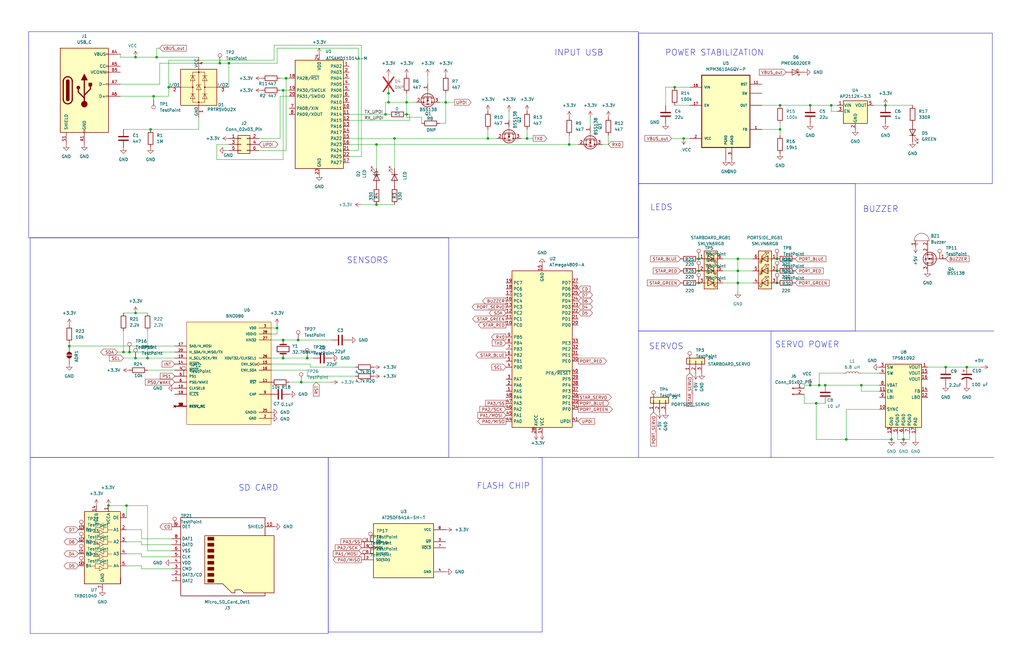
<source format=kicad_sch>
(kicad_sch (version 20231120) (generator "eeschema") (generator_version "8.0")
  (paper "USLedger")
  (junction (at 162.56 48.26))
  (junction (at 71.12 36.83))
  (junction (at 327.66 109.22))
  (junction (at 166.37 58.42))
  (junction (at 119.38 151.13))
  (junction (at 127 161.29))
  (junction (at 119.38 143.51))
  (junction (at 171.45 43.18))
  (junction (at 294.64 114.3))
  (junction (at 54.61 148.59))
  (junction (at 356.87 185.42))
  (junction (at 240.03 60.96))
  (junction (at 345.44 162.56))
  (junction (at 125.73 143.51))
  (junction (at 205.74 58.42))
  (junction (at 311.15 114.3))
  (junction (at 222.25 58.42))
  (junction (at 62.23 151.13))
  (junction (at 381 185.42))
  (junction (at 341.63 162.56))
  (junction (at 120.65 33.02))
  (junction (at 328.93 54.61))
  (junction (at 327.66 114.3))
  (junction (at 163.83 43.18))
  (junction (at 45.72 213.36))
  (junction (at 92.71 26.67))
  (junction (at 327.66 119.38))
  (junction (at 294.64 119.38))
  (junction (at 288.29 58.42))
  (junction (at 96.52 26.67))
  (junction (at 284.48 36.83))
  (junction (at 347.98 162.56))
  (junction (at 311.15 119.38))
  (junction (at 29.21 146.05))
  (junction (at 53.34 213.36))
  (junction (at 328.93 44.45))
  (junction (at 398.78 154.94))
  (junction (at 116.84 138.43))
  (junction (at 57.15 24.13))
  (junction (at 57.15 132.08))
  (junction (at 344.17 170.18))
  (junction (at 187.96 43.18))
  (junction (at 52.07 148.59))
  (junction (at 64.77 40.64))
  (junction (at 373.38 44.45))
  (junction (at 375.92 185.42))
  (junction (at 158.75 86.36))
  (junction (at 57.15 151.13))
  (junction (at 158.75 60.96))
  (junction (at 363.22 162.56))
  (junction (at 294.64 109.22))
  (junction (at 63.5 54.61))
  (junction (at 129.54 151.13))
  (junction (at 171.45 48.26))
  (junction (at 66.04 24.13))
  (junction (at 163.83 39.37))
  (junction (at 407.67 154.94))
  (junction (at 350.52 44.45))
  (junction (at 119.38 38.1))
  (junction (at 311.15 109.22))
  (junction (at 341.63 44.45))
  (wire (pts (xy 311.15 123.19) (xy 311.15 119.38)))
  (wire (pts (xy 53.34 213.36) (xy 62.23 213.36)))
  (wire (pts (xy 386.08 185.42) (xy 386.08 182.88)))
  (wire (pts (xy 398.78 154.94) (xy 407.67 154.94)))
  (wire (pts (xy 119.38 151.13) (xy 129.54 151.13)))
  (wire (pts (xy 114.3 140.97) (xy 116.84 140.97)))
  (wire (pts (xy 71.12 25.4) (xy 115.57 25.4)))
  (wire (pts (xy 347.98 162.56) (xy 363.22 162.56)))
  (wire (pts (xy 125.73 143.51) (xy 139.7 143.51)))
  (wire (pts (xy 120.65 33.02) (xy 118.11 33.02)))
  (wire (pts (xy 147.32 48.26) (xy 162.56 48.26)))
  (wire (pts (xy 118.11 40.64) (xy 121.92 40.64)))
  (wire (pts (xy 311.15 109.22) (xy 317.5 109.22)))
  (wire (pts (xy 256.54 60.96) (xy 254 60.96)))
  (wire (pts (xy 92.71 26.67) (xy 96.52 26.67)))
  (wire (pts (xy 116.84 26.67) (xy 116.84 20.32)))
  (wire (pts (xy 187.96 43.18) (xy 185.42 43.18)))
  (wire (pts (xy 356.87 172.72) (xy 370.84 172.72)))
  (wire (pts (xy 240.03 60.96) (xy 243.84 60.96)))
  (polyline (pts (xy 325.12 193.04) (xy 325.12 139.7)))
  (wire (pts (xy 109.22 63.5) (xy 120.65 63.5)))
  (wire (pts (xy 114.3 143.51) (xy 119.38 143.51)))
  (wire (pts (xy 304.8 114.3) (xy 311.15 114.3)))
  (wire (pts (xy 62.23 156.21) (xy 73.66 156.21)))
  (wire (pts (xy 163.83 43.18) (xy 171.45 43.18)))
  (wire (pts (xy 344.17 170.18) (xy 344.17 185.42)))
  (wire (pts (xy 166.37 58.42) (xy 205.74 58.42)))
  (wire (pts (xy 115.57 19.05) (xy 152.4 19.05)))
  (wire (pts (xy 121.92 161.29) (xy 127 161.29)))
  (wire (pts (xy 83.82 54.61) (xy 83.82 49.53)))
  (wire (pts (xy 311.15 114.3) (xy 311.15 109.22)))
  (wire (pts (xy 129.54 151.13) (xy 132.08 151.13)))
  (wire (pts (xy 205.74 58.42) (xy 209.55 58.42)))
  (wire (pts (xy 62.23 213.36) (xy 62.23 232.41)))
  (wire (pts (xy 381 182.88) (xy 381 185.42)))
  (wire (pts (xy 163.83 39.37) (xy 163.83 43.18)))
  (wire (pts (xy 341.63 44.45) (xy 350.52 44.45)))
  (wire (pts (xy 284.48 36.83) (xy 290.83 36.83)))
  (wire (pts (xy 49.53 148.59) (xy 52.07 148.59)))
  (wire (pts (xy 119.38 143.51) (xy 125.73 143.51)))
  (wire (pts (xy 114.3 151.13) (xy 119.38 151.13)))
  (wire (pts (xy 91.44 60.96) (xy 96.52 60.96)))
  (wire (pts (xy 171.45 43.18) (xy 175.26 43.18)))
  (wire (pts (xy 59.69 228.6) (xy 53.34 228.6)))
  (wire (pts (xy 304.8 119.38) (xy 311.15 119.38)))
  (wire (pts (xy 116.84 140.97) (xy 116.84 138.43)))
  (wire (pts (xy 158.75 86.36) (xy 166.37 86.36)))
  (wire (pts (xy 66.04 24.13) (xy 83.82 24.13)))
  (wire (pts (xy 63.5 54.61) (xy 83.82 54.61)))
  (wire (pts (xy 52.07 139.7) (xy 52.07 148.59)))
  (wire (pts (xy 57.15 151.13) (xy 62.23 151.13)))
  (wire (pts (xy 152.4 86.36) (xy 158.75 86.36)))
  (wire (pts (xy 114.3 156.21) (xy 129.54 156.21)))
  (wire (pts (xy 52.07 148.59) (xy 54.61 148.59)))
  (wire (pts (xy 373.38 44.45) (xy 384.81 44.45)))
  (wire (pts (xy 109.22 58.42) (xy 118.11 58.42)))
  (wire (pts (xy 321.31 54.61) (xy 328.93 54.61)))
  (wire (pts (xy 163.83 36.83) (xy 163.83 39.37)))
  (wire (pts (xy 172.72 48.26) (xy 172.72 50.8)))
  (wire (pts (xy 383.54 185.42) (xy 383.54 182.88)))
  (wire (pts (xy 59.69 238.76) (xy 53.34 238.76)))
  (wire (pts (xy 116.84 20.32) (xy 151.13 20.32)))
  (wire (pts (xy 147.32 58.42) (xy 166.37 58.42)))
  (wire (pts (xy 311.15 114.3) (xy 317.5 114.3)))
  (wire (pts (xy 344.17 185.42) (xy 356.87 185.42)))
  (wire (pts (xy 280.67 36.83) (xy 284.48 36.83)))
  (wire (pts (xy 53.34 213.36) (xy 53.34 218.44)))
  (wire (pts (xy 57.15 24.13) (xy 66.04 24.13)))
  (wire (pts (xy 162.56 48.26) (xy 162.56 43.18)))
  (wire (pts (xy 59.69 234.95) (xy 59.69 233.68)))
  (wire (pts (xy 344.17 170.18) (xy 347.98 170.18)))
  (wire (pts (xy 130.81 153.67) (xy 130.81 154.94)))
  (wire (pts (xy 341.63 162.56) (xy 345.44 162.56)))
  (wire (pts (xy 347.98 163.83) (xy 347.98 162.56)))
  (wire (pts (xy 54.61 148.59) (xy 73.66 148.59)))
  (wire (pts (xy 59.69 233.68) (xy 53.34 233.68)))
  (wire (pts (xy 64.77 41.91) (xy 64.77 40.64)))
  (wire (pts (xy 222.25 58.42) (xy 224.79 58.42)))
  (wire (pts (xy 363.22 162.56) (xy 363.22 165.1)))
  (wire (pts (xy 368.3 44.45) (xy 373.38 44.45)))
  (wire (pts (xy 151.13 20.32) (xy 151.13 63.5)))
  (wire (pts (xy 96.52 26.67) (xy 96.52 36.83)))
  (wire (pts (xy 311.15 109.22) (xy 304.8 109.22)))
  (wire (pts (xy 57.15 132.08) (xy 62.23 132.08)))
  (wire (pts (xy 284.48 44.45) (xy 290.83 44.45)))
  (wire (pts (xy 129.54 156.21) (xy 129.54 158.75)))
  (wire (pts (xy 280.67 44.45) (xy 280.67 36.83)))
  (wire (pts (xy 50.8 40.64) (xy 64.77 40.64)))
  (wire (pts (xy 356.87 185.42) (xy 375.92 185.42)))
  (wire (pts (xy 67.31 26.67) (xy 92.71 26.67)))
  (wire (pts (xy 345.44 162.56) (xy 347.98 162.56)))
  (wire (pts (xy 191.77 43.18) (xy 187.96 43.18)))
  (polyline (pts (xy 269.24 193.04) (xy 269.24 139.7)))
  (wire (pts (xy 147.32 60.96) (xy 158.75 60.96)))
  (wire (pts (xy 248.92 49.53) (xy 248.92 53.34)))
  (wire (pts (xy 62.23 232.41) (xy 72.39 232.41)))
  (wire (pts (xy 407.67 154.94) (xy 414.02 154.94)))
  (wire (pts (xy 62.23 139.7) (xy 62.23 151.13)))
  (wire (pts (xy 171.45 39.37) (xy 171.45 43.18)))
  (wire (pts (xy 185.42 52.07) (xy 187.96 52.07)))
  (wire (pts (xy 73.66 146.05) (xy 29.21 146.05)))
  (wire (pts (xy 363.22 162.56) (xy 370.84 162.56)))
  (wire (pts (xy 129.54 158.75) (xy 149.86 158.75)))
  (wire (pts (xy 115.57 25.4) (xy 115.57 19.05)))
  (wire (pts (xy 118.11 58.42) (xy 118.11 40.64)))
  (wire (pts (xy 355.6 157.48) (xy 345.44 157.48)))
  (wire (pts (xy 50.8 24.13) (xy 50.8 22.86)))
  (wire (pts (xy 240.03 57.15) (xy 240.03 60.96)))
  (wire (pts (xy 172.72 48.26) (xy 171.45 48.26)))
  (wire (pts (xy 166.37 58.42) (xy 166.37 71.12)))
  (wire (pts (xy 328.93 54.61) (xy 328.93 57.15)))
  (wire (pts (xy 171.45 49.53) (xy 177.8 49.53)))
  (wire (pts (xy 162.56 48.26) (xy 163.83 48.26)))
  (wire (pts (xy 345.44 157.48) (xy 345.44 162.56)))
  (wire (pts (xy 158.75 60.96) (xy 158.75 71.12)))
  (wire (pts (xy 152.4 66.04) (xy 147.32 66.04)))
  (wire (pts (xy 91.44 67.31) (xy 91.44 60.96)))
  (wire (pts (xy 67.31 35.56) (xy 67.31 26.67)))
  (wire (pts (xy 59.69 229.87) (xy 72.39 229.87)))
  (wire (pts (xy 222.25 54.61) (xy 222.25 58.42)))
  (wire (pts (xy 118.11 38.1) (xy 119.38 38.1)))
  (wire (pts (xy 356.87 172.72) (xy 356.87 185.42)))
  (wire (pts (xy 350.52 44.45) (xy 350.52 46.99)))
  (wire (pts (xy 71.12 36.83) (xy 71.12 25.4)))
  (wire (pts (xy 378.46 185.42) (xy 381 185.42)))
  (wire (pts (xy 339.09 162.56) (xy 341.63 162.56)))
  (wire (pts (xy 205.74 54.61) (xy 205.74 58.42)))
  (wire (pts (xy 59.69 227.33) (xy 59.69 223.52)))
  (wire (pts (xy 171.45 48.26) (xy 171.45 49.53)))
  (wire (pts (xy 339.09 166.37) (xy 339.09 170.18)))
  (wire (pts (xy 288.29 58.42) (xy 290.83 58.42)))
  (wire (pts (xy 67.31 20.32) (xy 66.04 20.32)))
  (wire (pts (xy 162.56 43.18) (xy 163.83 43.18)))
  (wire (pts (xy 177.8 49.53) (xy 177.8 52.07)))
  (wire (pts (xy 311.15 119.38) (xy 311.15 114.3)))
  (wire (pts (xy 339.09 162.56) (xy 339.09 163.83)))
  (wire (pts (xy 127 161.29) (xy 139.7 161.29)))
  (wire (pts (xy 311.15 119.38) (xy 317.5 119.38)))
  (wire (pts (xy 116.84 138.43) (xy 116.84 137.16)))
  (wire (pts (xy 50.8 35.56) (xy 67.31 35.56)))
  (wire (pts (xy 52.07 151.13) (xy 57.15 151.13)))
  (wire (pts (xy 96.52 26.67) (xy 116.84 26.67)))
  (wire (pts (xy 381 185.42) (xy 383.54 185.42)))
  (wire (pts (xy 59.69 223.52) (xy 53.34 223.52)))
  (wire (pts (xy 378.46 182.88) (xy 378.46 185.42)))
  (wire (pts (xy 119.38 67.31) (xy 91.44 67.31)))
  (wire (pts (xy 180.34 31.75) (xy 180.34 35.56)))
  (wire (pts (xy 59.69 229.87) (xy 59.69 228.6)))
  (wire (pts (xy 52.07 132.08) (xy 57.15 132.08)))
  (wire (pts (xy 363.22 165.1) (xy 370.84 165.1)))
  (wire (pts (xy 151.13 63.5) (xy 147.32 63.5)))
  (wire (pts (xy 375.92 185.42) (xy 375.92 182.88)))
  (wire (pts (xy 283.21 58.42) (xy 288.29 58.42)))
  (wire (pts (xy 256.54 57.15) (xy 256.54 60.96)))
  (wire (pts (xy 29.21 146.05) (xy 29.21 144.78)))
  (wire (pts (xy 152.4 19.05) (xy 152.4 66.04)))
  (polyline (pts (xy 227.33 193.04) (xy 419.1 193.04)))
  (wire (pts (xy 130.81 154.94) (xy 149.86 154.94)))
  (wire (pts (xy 321.31 44.45) (xy 328.93 44.45)))
  (wire (pts (xy 214.63 46.99) (xy 214.63 50.8)))
  (wire (pts (xy 96.52 63.5) (xy 95.25 63.5)))
  (wire (pts (xy 171.45 43.18) (xy 171.45 48.26)))
  (wire (pts (xy 187.96 52.07) (xy 187.96 43.18)))
  (wire (pts (xy 114.3 138.43) (xy 116.84 138.43)))
  (wire (pts (xy 50.8 24.13) (xy 57.15 24.13)))
  (wire (pts (xy 328.93 44.45) (xy 341.63 44.45)))
  (wire (pts (xy 187.96 39.37) (xy 187.96 43.18)))
  (wire (pts (xy 121.92 33.02) (xy 120.65 33.02)))
  (wire (pts (xy 59.69 240.03) (xy 59.69 238.76)))
  (wire (pts (xy 45.72 213.36) (xy 53.34 213.36)))
  (wire (pts (xy 119.38 38.1) (xy 119.38 67.31)))
  (wire (pts (xy 120.65 63.5) (xy 120.65 33.02)))
  (wire (pts (xy 64.77 40.64) (xy 71.12 40.64)))
  (wire (pts (xy 222.25 58.42) (xy 219.71 58.42)))
  (wire (pts (xy 350.52 46.99) (xy 353.06 46.99)))
  (wire (pts (xy 71.12 40.64) (xy 71.12 36.83)))
  (wire (pts (xy 158.75 60.96) (xy 240.03 60.96)))
  (wire (pts (xy 62.23 151.13) (xy 73.66 151.13)))
  (wire (pts (xy 119.38 38.1) (xy 121.92 38.1)))
  (wire (pts (xy 363.22 157.48) (xy 370.84 157.48)))
  (wire (pts (xy 339.09 170.18) (xy 344.17 170.18)))
  (wire (pts (xy 328.93 52.07) (xy 328.93 54.61)))
  (wire (pts (xy 147.32 50.8) (xy 172.72 50.8)))
  (wire (pts (xy 52.07 54.61) (xy 63.5 54.61)))
  (wire (pts (xy 391.16 154.94) (xy 398.78 154.94)))
  (polyline (pts (xy 269.24 139.7) (xy 419.1 139.7)))
  (wire (pts (xy 59.69 234.95) (xy 72.39 234.95)))
  (wire (pts (xy 66.04 20.32) (xy 66.04 24.13)))
  (wire (pts (xy 72.39 240.03) (xy 59.69 240.03)))
  (wire (pts (xy 350.52 44.45) (xy 353.06 44.45)))
  (wire (pts (xy 59.69 227.33) (xy 72.39 227.33)))
  (wire (pts (xy 114.3 153.67) (xy 130.81 153.67)))
  (rectangle (start 12.065 13.335) (end 269.24 100.33))
  (rectangle (start 12.7 100.33) (end 189.23 193.04))
  (rectangle (start 138.43 193.04) (end 228.6 266.7))
  (rectangle (start 12.7 193.04) (end 138.43 267.335))
  (rectangle (start 269.24 13.97) (end 418.465 77.47))
  (rectangle (start 269.24 77.47) (end 360.68 139.7))
  (text "SD CARD\n" (at 108.966 205.994 0) (effects (font (size 2.54 2.54))))
  (text "INPUT USB" (at 244.094 22.352 0) (effects (font (size 2.54 2.54))))
  (text "BUZZER\n" (at 371.348 88.392 0) (effects (font (size 2.54 2.54))))
  (text "POWER STABILIZATION" (at 301.244 22.352 0) (effects (font (size 2.54 2.54))))
  (text "FLASH CHIP\n" (at 212.2747 205.1733 0) (effects (font (size 2.54 2.54))))
  (text "SENSORS " (at 155.956 109.982 0) (effects (font (size 2.54 2.54))))
  (text "SERVOS\n" (at 280.924 146.304 0) (effects (font (size 2.54 2.54))))
  (text "LEDS\n" (at 278.892 87.63 0) (effects (font (size 2.54 2.54))))
  (text "SERVO POWER\n\n" (at 340.36 147.574 0) (effects (font (size 2.54 2.54))))
  (label "RX_UPDI" (at 153.67 50.8 0))
  (label "TX_UPDI" (at 153.67 48.26 0))
  (global_label "SDA" (shape bidirectional) (at 49.53 148.59 180) (property "Intersheetrefs" "${INTERSHEET_REFS}" (effects (hide yes))))
  (global_label "TX0" (shape input) (at 213.36 144.78 180) (property "Intersheetrefs" "${INTERSHEET_REFS}" (effects (hide yes))))
  (global_label "RX0" (shape input) (at 256.54 60.96 0) (property "Intersheetrefs" "${INTERSHEET_REFS}" (effects (hide yes))))
  (global_label "BUZZER" (shape input) (at 398.78 109.22 0) (property "Intersheetrefs" "${INTERSHEET_REFS}" (effects (hide yes))))
  (global_label "STAR_RED" (shape input) (at 287.02 114.3 180) (property "Intersheetrefs" "${INTERSHEET_REFS}" (effects (hide yes))))
  (global_label "TX0" (shape output) (at 224.79 58.42 0) (property "Intersheetrefs" "${INTERSHEET_REFS}" (effects (hide yes))))
  (global_label "VBUS_out" (shape input) (at 283.21 58.42 180) (property "Intersheetrefs" "${INTERSHEET_REFS}" (effects (hide yes))))
  (global_label "RST" (shape input) (at 133.35 161.29 270) (property "Intersheetrefs" "${INTERSHEET_REFS}" (effects (hide yes))))
  (global_label "VBUS_out" (shape input) (at 331.47 30.48 180) (property "Intersheetrefs" "${INTERSHEET_REFS}" (effects (hide yes))))
  (global_label "VBUS_out" (shape input) (at 67.31 20.32 0) (property "Intersheetrefs" "${INTERSHEET_REFS}" (effects (hide yes))))
  (global_label "STAR_GREEN" (shape output) (at 213.36 134.62 180) (property "Intersheetrefs" "${INTERSHEET_REFS}" (effects (hide yes))))
  (global_label "PORT_BLUE" (shape output) (at 243.84 170.18 0) (property "Intersheetrefs" "${INTERSHEET_REFS}" (effects (hide yes))))
  (global_label "CD" (shape output) (at 72.39 222.25 180) (property "Intersheetrefs" "${INTERSHEET_REFS}" (effects (hide yes))))
  (global_label "UPDI" (shape input) (at 243.84 177.8 0) (property "Intersheetrefs" "${INTERSHEET_REFS}" (effects (hide yes))))
  (global_label "SCL" (shape input) (at 52.07 151.13 180) (property "Intersheetrefs" "${INTERSHEET_REFS}" (effects (hide yes))))
  (global_label "PORT_SERVO" (shape input) (at 275.59 173.99 270) (property "Intersheetrefs" "${INTERSHEET_REFS}" (effects (hide yes))))
  (global_label "D4" (shape bidirectional) (at 33.02 233.68 180) (property "Intersheetrefs" "${INTERSHEET_REFS}" (effects (hide yes))))
  (global_label "D6" (shape bidirectional) (at 243.84 127 0) (property "Intersheetrefs" "${INTERSHEET_REFS}" (effects (hide yes))))
  (global_label "D5" (shape bidirectional) (at 33.02 238.76 180) (property "Intersheetrefs" "${INTERSHEET_REFS}" (effects (hide yes))))
  (global_label "SCL" (shape input) (at 213.36 154.94 180) (property "Intersheetrefs" "${INTERSHEET_REFS}" (effects (hide yes))))
  (global_label "CD" (shape input) (at 243.84 121.92 0) (property "Intersheetrefs" "${INTERSHEET_REFS}" (effects (hide yes))))
  (global_label "PORT_RED" (shape output) (at 243.84 152.4 0) (property "Intersheetrefs" "${INTERSHEET_REFS}" (effects (hide yes))))
  (global_label "STAR_BLUE" (shape input) (at 287.02 109.22 180) (property "Intersheetrefs" "${INTERSHEET_REFS}" (effects (hide yes))))
  (global_label "RX0" (shape output) (at 213.36 142.24 180) (property "Intersheetrefs" "${INTERSHEET_REFS}" (effects (hide yes))))
  (global_label "INT" (shape input) (at 73.66 153.67 180) (property "Intersheetrefs" "${INTERSHEET_REFS}" (effects (hide yes))))
  (global_label "PA1{slash}MOSI" (shape input) (at 152.4 233.68 180) (property "Intersheetrefs" "${INTERSHEET_REFS}" (effects (hide yes))))
  (global_label "D7" (shape bidirectional) (at 243.84 124.46 0) (property "Intersheetrefs" "${INTERSHEET_REFS}" (effects (hide yes))))
  (global_label "STAR_RED" (shape output) (at 213.36 137.16 180) (property "Intersheetrefs" "${INTERSHEET_REFS}" (effects (hide yes))))
  (global_label "UPDI" (shape bidirectional) (at 109.22 60.96 0) (property "Intersheetrefs" "${INTERSHEET_REFS}" (effects (hide yes))))
  (global_label "PORT_GREEN" (shape input) (at 335.28 119.38 0) (property "Intersheetrefs" "${INTERSHEET_REFS}" (effects (hide yes))))
  (global_label "PA2{slash}SCK" (shape input) (at 152.4 231.14 180) (property "Intersheetrefs" "${INTERSHEET_REFS}" (effects (hide yes))))
  (global_label "PORT_BLUE" (shape input) (at 335.28 109.22 0) (property "Intersheetrefs" "${INTERSHEET_REFS}" (effects (hide yes))))
  (global_label "STAR_GREEN" (shape input) (at 287.02 119.38 180) (property "Intersheetrefs" "${INTERSHEET_REFS}" (effects (hide yes))))
  (global_label "PA0{slash}MISO" (shape output) (at 152.4 236.22 180) (property "Intersheetrefs" "${INTERSHEET_REFS}" (effects (hide yes))))
  (global_label "PA0{slash}MISO" (shape output) (at 213.36 177.8 180) (property "Intersheetrefs" "${INTERSHEET_REFS}" (effects (hide yes))))
  (global_label "D6" (shape bidirectional) (at 33.02 228.6 180) (property "Intersheetrefs" "${INTERSHEET_REFS}" (effects (hide yes))))
  (global_label "PA1{slash}MOSI" (shape input) (at 213.36 175.26 180) (property "Intersheetrefs" "${INTERSHEET_REFS}" (effects (hide yes))))
  (global_label "D4" (shape bidirectional) (at 243.84 129.54 0) (property "Intersheetrefs" "${INTERSHEET_REFS}" (effects (hide yes))))
  (global_label "BUZZER" (shape output) (at 213.36 127 180) (property "Intersheetrefs" "${INTERSHEET_REFS}" (effects (hide yes))))
  (global_label "STAR_SERVO" (shape input) (at 290.83 157.48 270) (property "Intersheetrefs" "${INTERSHEET_REFS}" (effects (hide yes))))
  (global_label "PORT_SERVO" (shape output) (at 213.36 129.54 180) (property "Intersheetrefs" "${INTERSHEET_REFS}" (effects (hide yes))))
  (global_label "PA2{slash}SCK" (shape input) (at 213.36 172.72 180) (property "Intersheetrefs" "${INTERSHEET_REFS}" (effects (hide yes))))
  (global_label "SDA" (shape bidirectional) (at 213.36 132.08 180) (property "Intersheetrefs" "${INTERSHEET_REFS}" (effects (hide yes))))
  (global_label "PA3{slash}SS" (shape passive) (at 213.36 170.18 180) (property "Intersheetrefs" "${INTERSHEET_REFS}" (effects (hide yes))))
  (global_label "D7" (shape bidirectional) (at 33.02 223.52 180) (property "Intersheetrefs" "${INTERSHEET_REFS}" (effects (hide yes))))
  (global_label "PS0{slash}WAKE" (shape input) (at 73.66 161.29 180) (property "Intersheetrefs" "${INTERSHEET_REFS}" (effects (hide yes))))
  (global_label "UPDI" (shape output) (at 191.77 43.18 0) (property "Intersheetrefs" "${INTERSHEET_REFS}" (effects (hide yes))))
  (global_label "D5" (shape bidirectional) (at 243.84 132.08 0) (property "Intersheetrefs" "${INTERSHEET_REFS}" (effects (hide yes))))
  (global_label "PORT_RED" (shape input) (at 335.28 114.3 0) (property "Intersheetrefs" "${INTERSHEET_REFS}" (effects (hide yes))))
  (global_label "PA3{slash}SS" (shape passive) (at 152.4 228.6 180) (property "Intersheetrefs" "${INTERSHEET_REFS}" (effects (hide yes))))
  (global_label "PS1" (shape input) (at 73.66 158.75 180) (property "Intersheetrefs" "${INTERSHEET_REFS}" (effects (hide yes))))
  (global_label "STAR_BLUE" (shape output) (at 213.36 149.86 180) (property "Intersheetrefs" "${INTERSHEET_REFS}" (effects (hide yes))))
  (global_label "PORT_GREEN" (shape output) (at 243.84 172.72 0) (property "Intersheetrefs" "${INTERSHEET_REFS}" (effects (hide yes))))
  (global_label "STAR_SERVO" (shape output) (at 243.84 167.64 0) (property "Intersheetrefs" "${INTERSHEET_REFS}" (effects (hide yes))))
  (symbol (lib_id "Device:R") (at 118.11 161.29 90) (unit 1)
    (property "Reference" "R18" (at 120.65 163.322 90))
    (property "Value" "10k" (at 116.332 163.322 90))
    (property "Footprint" "Resistor_SMD:R_0402_1005Metric" (effects (hide yes)))
    (property "Description" "Resistor" (effects (hide yes)))
  )
  (symbol (lib_id "Connector:TestPoint") (at 294.64 109.22 0) (unit 1)
    (property "Reference" "TP5" (at 297.18 104.6479 0) (effects (justify left)))
    (property "Value" "TestPoint" (at 297.18 107.1879 0) (effects (justify left)))
    (property "Description" "test point" (effects (hide yes)))
  )
  (symbol (lib_id "power:GND") (at 114.3 173.99 90) (unit 1)
    (property "Reference" "#PWR036" (effects (hide yes)))
    (property "Value" "GND" (at 118.11 173.9899 90) (effects (justify right)))
    (property "Description" "Power symbol creates a global label with name \"GND\" , ground" (effects (hide yes)))
  )
  (symbol (lib_id "Device:R") (at 290.83 109.22 90) (unit 1)
    (property "Reference" "R25" (at 290.83 109.474 90))
    (property "Value" "220" (at 290.83 111.506 90))
    (property "Footprint" "Resistor_SMD:R_0402_1005Metric" (effects (hide yes)))
    (property "Description" "Resistor" (effects (hide yes)))
  )
  (symbol (lib_id "power:GND") (at 398.78 162.56 0) (unit 1)
    (property "Reference" "#PWR066" (effects (hide yes)))
    (property "Value" "GND" (at 398.78 167.64 0))
    (property "Description" "Power symbol creates a global label with name \"GND\" , ground" (effects (hide yes)))
  )
  (symbol (lib_id "power:GND") (at 391.16 114.3 0) (unit 1)
    (property "Reference" "#PWR070" (effects (hide yes)))
    (property "Value" "GND" (at 391.16 119.38 0))
    (property "Description" "Power symbol creates a global label with name \"GND\" , ground" (effects (hide yes)))
  )
  (symbol (lib_id "power:+3.3V") (at 57.15 132.08 0) (unit 1)
    (property "Reference" "#PWR043" (effects (hide yes)))
    (property "Value" "+3.3V" (at 57.15 127 0))
    (property "Description" "Power symbol creates a global label with name \"+3.3V\"" (effects (hide yes)))
  )
  (symbol (lib_id "Device:C") (at 52.07 58.42 0) (unit 1)
    (property "Reference" "C1" (at 55.88 57.1499 0) (effects (justify left)))
    (property "Value" "4n7" (at 55.88 59.6899 0) (effects (justify left)))
    (property "Footprint" "Capacitor_SMD:C_0201_0603Metric" (effects (hide yes)))
    (property "Description" "Unpolarized capacitor" (effects (hide yes)))
  )
  (symbol (lib_id "Device:R") (at 205.74 50.8 0) (unit 1)
    (property "Reference" "R10" (at 208.28 49.5299 0) (effects (justify left)))
    (property "Value" "4k7" (at 208.28 52.0699 0) (effects (justify left)))
    (property "Footprint" "Resistor_SMD:R_0402_1005Metric" (effects (hide yes)))
    (property "Description" "Resistor" (effects (hide yes)))
  )
  (symbol (lib_id "Connector:TestPoint") (at 54.61 148.59 0) (unit 1)
    (property "Reference" "TP16" (at 57.15 144.0179 0) (effects (justify left)))
    (property "Value" "TestPoint" (at 57.15 146.5579 0) (effects (justify left)))
    (property "Description" "test point" (effects (hide yes)))
  )
  (symbol (lib_id "power:+3.3V") (at 228.6 182.88 180) (unit 1)
    (property "Reference" "#PWR054" (effects (hide yes)))
    (property "Value" "+3.3V" (at 226.822 186.944 0))
    (property "Description" "Power symbol creates a global label with name \"+3.3V\"" (effects (hide yes)))
  )
  (symbol (lib_id "Device:R") (at 331.47 119.38 90) (unit 1)
    (property "Reference" "R30" (at 331.724 119.634 90))
    (property "Value" "220" (at 331.47 122.682 90))
    (property "Footprint" "Resistor_SMD:R_0402_1005Metric" (effects (hide yes)))
    (property "Description" "Resistor" (effects (hide yes)))
  )
  (symbol (lib_id "Connector:TestPoint") (at 294.64 119.38 0) (unit 1)
    (property "Reference" "TP7" (at 297.18 114.8079 0) (effects (justify left)))
    (property "Value" "TestPoint" (at 297.18 117.3479 0) (effects (justify left)))
    (property "Description" "test point" (effects (hide yes)))
  )
  (symbol (lib_id "Connector:TestPoint") (at 57.15 151.13 0) (unit 1)
    (property "Reference" "TP15" (at 59.69 146.5579 0) (effects (justify left)))
    (property "Value" "TestPoint" (at 59.69 149.0979 0) (effects (justify left)))
    (property "Description" "test point" (effects (hide yes)))
  )
  (symbol (lib_id "Connector:TestPoint") (at 34.29 238.76 0) (unit 1)
    (property "Reference" "TP25" (at 36.83 234.1879 0) (effects (justify left)))
    (property "Value" "TestPoint" (at 36.83 236.7279 0) (effects (justify left)))
    (property "Description" "test point" (effects (hide yes)))
  )
  (symbol (lib_id "Logic_LevelTranslator:TXB0104D") (at 43.18 231.14 0) (mirror y) (unit 1)
    (property "Reference" "U7" (at 40.9859 248.92 0) (effects (justify left)))
    (property "Value" "TXB0104D" (at 40.9859 251.46 0) (effects (justify left)))
    (property "Footprint" "Package_SO:SOIC-14_3.9x8.7mm_P1.27mm" (effects (hide yes)))
    (property "Datasheet" "http://www.ti.com/lit/ds/symlink/txb0104.pdf" (effects (hide yes)))
    (property "Description" "4-Bit Bidirectional Voltage-Level Translator, Auto Direction Sensing and ±15-kV ESD Protection, 1.2 - 3.6V APort, 1.65 - 5.5V BPort, SOIC-14" (effects (hide yes)))
  )
  (symbol (lib_id "Device:R") (at 114.3 33.02 90) (unit 1)
    (property "Reference" "R11" (at 110.998 35.306 90))
    (property "Value" "4k7" (at 114.808 35.306 90))
    (property "Footprint" "Resistor_SMD:R_0402_1005Metric" (effects (hide yes)))
    (property "Description" "Resistor" (effects (hide yes)))
  )
  (symbol (lib_id "power:GND") (at 121.92 166.37 90) (unit 1)
    (property "Reference" "#PWR039" (effects (hide yes)))
    (property "Value" "GND" (at 125.73 166.3699 90) (effects (justify right)))
    (property "Description" "Power symbol creates a global label with name \"GND\" , ground" (effects (hide yes)))
  )
  (symbol (lib_id "power:+3.3V") (at 110.49 33.02 90) (unit 1)
    (property "Reference" "#PWR07" (effects (hide yes)))
    (property "Value" "+3.3V" (at 106.68 33.0199 90) (effects (justify left)))
    (property "Description" "Power symbol creates a global label with name \"+3.3V\"" (effects (hide yes)))
  )
  (symbol (lib_id "Device:C") (at 347.98 166.37 0) (unit 1)
    (property "Reference" "C8" (at 348.742 168.91 0) (effects (justify left)))
    (property "Value" "10 uF" (at 348.742 171.45 0) (effects (justify left)))
    (property "Footprint" "Capacitor_SMD:C_0201_0603Metric" (effects (hide yes)))
    (property "Description" "Unpolarized capacitor" (effects (hide yes)))
  )
  (symbol (lib_id "Device:C") (at 135.89 151.13 90) (unit 1)
    (property "Reference" "C2" (at 136.144 146.812 90))
    (property "Value" "22pF" (at 139.954 153.67 90))
    (property "Footprint" "Capacitor_SMD:C_0201_0603Metric" (effects (hide yes)))
    (property "Description" "Unpolarized capacitor" (effects (hide yes)))
  )
  (symbol (lib_id "Device:R") (at 167.64 48.26 90) (unit 1)
    (property "Reference" "R5" (at 167.64 48.26 90))
    (property "Value" "0" (at 167.386 45.974 90))
    (property "Footprint" "Resistor_SMD:R_0402_1005Metric" (effects (hide yes)))
    (property "Description" "Resistor" (effects (hide yes)))
  )
  (symbol (lib_id "Device:R") (at 62.23 135.89 0) (unit 1)
    (property "Reference" "R22" (at 64.77 134.6199 0) (effects (justify left)))
    (property "Value" "2.2k" (at 64.77 137.1599 0) (effects (justify left)))
    (property "Footprint" "Resistor_SMD:R_0402_1005Metric" (effects (hide yes)))
    (property "Description" "Resistor" (effects (hide yes)))
  )
  (symbol (lib_id "Device:C") (at 280.67 48.26 0) (unit 1)
    (property "Reference" "C4" (at 284.48 46.9899 0) (effects (justify left)))
    (property "Value" "22u" (at 284.48 49.5299 0) (effects (justify left)))
    (property "Footprint" "Capacitor_SMD:C_0201_0603Metric" (effects (hide yes)))
    (property "Description" "Unpolarized capacitor" (effects (hide yes)))
  )
  (symbol (lib_id "Device:R") (at 153.67 158.75 90) (unit 1)
    (property "Reference" "R20" (at 156.21 160.782 90))
    (property "Value" "4.7k" (at 151.892 160.782 90))
    (property "Footprint" "Resistor_SMD:R_0402_1005Metric" (effects (hide yes)))
    (property "Description" "Resistor" (effects (hide yes)))
  )
  (symbol (lib_id "power:GND") (at 52.07 62.23 0) (unit 1)
    (property "Reference" "#PWR02" (effects (hide yes)))
    (property "Value" "GND" (at 52.07 67.31 0))
    (property "Description" "Power symbol creates a global label with name \"GND\" , ground" (effects (hide yes)))
  )
  (symbol (lib_id "Device:C") (at 118.11 166.37 90) (unit 1)
    (property "Reference" "C7" (at 116.586 170.434 90))
    (property "Value" "0.1uF" (at 121.158 170.688 90))
    (property "Footprint" "Capacitor_SMD:C_0201_0603Metric" (effects (hide yes)))
    (property "Description" "Unpolarized capacitor" (effects (hide yes)))
  )
  (symbol (lib_id "Device:R") (at 153.67 154.94 90) (unit 1)
    (property "Reference" "R19" (at 156.21 156.972 90))
    (property "Value" "4.7k" (at 151.892 156.972 90))
    (property "Footprint" "Resistor_SMD:R_0402_1005Metric" (effects (hide yes)))
    (property "Description" "Resistor" (effects (hide yes)))
  )
  (symbol (lib_id "LED:SMLVN6RGB") (at 299.72 114.3 0) (unit 1)
    (property "Reference" "STARBOARD_RGB1" (at 299.72 100.33 0))
    (property "Value" "SMLVN6RGB" (at 299.72 102.87 0))
    (property "Footprint" "LED_SMD:LED_ROHM_SMLVN6" (effects (hide yes)))
    (property "Datasheet" "https://www.rohm.com/datasheet/SMLVN6RGB1U" (effects (hide yes)))
    (property "Description" "High Brightness Tri-Color LED, RGB, 3.5x2.8mm" (effects (hide yes)))
  )
  (symbol (lib_id "Device:R") (at 256.54 53.34 0) (unit 1)
    (property "Reference" "R12" (at 259.08 52.0699 0) (effects (justify left)))
    (property "Value" "4k7" (at 259.08 54.6099 0) (effects (justify left)))
    (property "Footprint" "Resistor_SMD:R_0402_1005Metric" (effects (hide yes)))
    (property "Description" "Resistor" (effects (hide yes)))
  )
  (symbol (lib_id "power:GND") (at 373.38 52.07 0) (unit 1)
    (property "Reference" "#PWR032" (effects (hide yes)))
    (property "Value" "GND" (at 373.38 57.15 0))
    (property "Description" "Power symbol creates a global label with name \"GND\" , ground" (effects (hide yes)))
  )
  (symbol (lib_id "power:+3.3V") (at 163.83 31.75 0) (unit 1)
    (property "Reference" "#PWR015" (effects (hide yes)))
    (property "Value" "+3.3V" (at 163.83 26.67 0))
    (property "Description" "Power symbol creates a global label with name \"+3.3V\"" (effects (hide yes)))
  )
  (symbol (lib_id "Device:R") (at 63.5 58.42 0) (unit 1)
    (property "Reference" "R1" (at 66.04 57.1499 0) (effects (justify left)))
    (property "Value" "1M" (at 66.04 59.6899 0) (effects (justify left)))
    (property "Footprint" "Resistor_SMD:R_0402_1005Metric" (effects (hide yes)))
    (property "Description" "Resistor" (effects (hide yes)))
  )
  (symbol (lib_id "Device:C_Polarized_US") (at 407.67 158.75 0) (unit 1)
    (property "Reference" "C10" (at 409.956 156.464 0) (effects (justify left)))
    (property "Value" "100 uF" (at 409.702 162.306 0) (effects (justify left)))
    (property "Footprint" "Capacitor_SMD:C_0201_0603Metric" (effects (hide yes)))
    (property "Description" "Polarized capacitor, US symbol" (effects (hide yes)))
  )
  (symbol (lib_id "power:GND") (at 27.94 60.96 0) (unit 1)
    (property "Reference" "#PWR024" (effects (hide yes)))
    (property "Value" "GND" (at 27.94 66.04 0))
    (property "Description" "Power symbol creates a global label with name \"GND\" , ground" (effects (hide yes)))
  )
  (symbol (lib_id "Device:Crystal") (at 119.38 147.32 90) (unit 1)
    (property "Reference" "Y1" (at 123.19 146.0499 90) (effects (justify right)))
    (property "Value" "32.768kHz" (at 123.19 148.5899 90) (effects (justify right)))
    (property "Footprint" "Crystal:Crystal_C26-LF_D2.1mm_L6.5mm_Vertical" (effects (hide yes)))
    (property "Description" "Two pin crystal" (effects (hide yes)))
  )
  (symbol (lib_id "power:+3.3V") (at 373.38 44.45 0) (unit 1)
    (property "Reference" "#PWR031" (effects (hide yes)))
    (property "Value" "+3.3V" (at 373.38 39.37 0))
    (property "Description" "Power symbol creates a global label with name \"+3.3V\"" (effects (hide yes)))
  )
  (symbol (lib_id "power:GND") (at 35.56 60.96 0) (unit 1)
    (property "Reference" "#PWR01" (effects (hide yes)))
    (property "Value" "GND" (at 35.56 66.04 0))
    (property "Description" "Power symbol creates a global label with name \"GND\" , ground" (effects (hide yes)))
  )
  (symbol (lib_id "power:+3.3V") (at 139.7 161.29 270) (unit 1)
    (property "Reference" "#PWR040" (effects (hide yes)))
    (property "Value" "+3.3V" (at 143.51 161.2899 90) (effects (justify left)))
    (property "Description" "Power symbol creates a global label with name \"+3.3V\"" (effects (hide yes)))
  )
  (symbol (lib_id "Device:R") (at 187.96 35.56 0) (unit 1)
    (property "Reference" "R7" (at 190.5 34.2899 0) (effects (justify left)))
    (property "Value" "4k7" (at 190.5 36.8299 0) (effects (justify left)))
    (property "Footprint" "Resistor_SMD:R_0402_1005Metric" (effects (hide yes)))
    (property "Description" "Resistor" (effects (hide yes)))
  )
  (symbol (lib_id "power:GND") (at 29.21 153.67 0) (unit 1)
    (property "Reference" "#PWR045" (effects (hide yes)))
    (property "Value" "GND" (at 29.21 158.75 0))
    (property "Description" "Power symbol creates a global label with name \"GND\" , ground" (effects (hide yes)))
  )
  (symbol (lib_id "power:GND") (at 147.32 143.51 90) (unit 1)
    (property "Reference" "#PWR038" (effects (hide yes)))
    (property "Value" "GND" (at 151.13 143.5099 90) (effects (justify right)))
    (property "Description" "Power symbol creates a global label with name \"GND\" , ground" (effects (hide yes)))
  )
  (symbol (lib_id "Device:R") (at 181.61 52.07 90) (unit 1)
    (property "Reference" "R8" (at 181.356 50.038 90))
    (property "Value" "DNP" (at 181.864 54.864 90))
    (property "Footprint" "Resistor_SMD:R_0402_1005Metric" (effects (hide yes)))
    (property "Description" "Resistor" (effects (hide yes)))
  )
  (symbol (lib_id "Connector_Generic:Conn_01x03") (at 293.37 152.4 90) (unit 1)
    (property "Reference" "J4" (at 298.45 151.1299 90) (effects (justify right)))
    (property "Value" "STARBOARD_SERVO" (at 298.45 153.6699 90) (effects (justify right)))
    (property "Footprint" "Connector_PinHeader_2.54mm:PinHeader_1x03_P2.54mm_Vertical" (effects (hide yes)))
    (property "Description" "Generic connector, single row, 01x03, script generated (kicad-library-utils/schlib/autogen/connector/)" (effects (hide yes)))
  )
  (symbol (lib_id "power:+5V") (at 293.37 157.48 180) (unit 1)
    (property "Reference" "#PWR059" (effects (hide yes)))
    (property "Value" "+5V" (at 293.3701 161.29 90) (effects (justify left)))
    (property "Description" "Power symbol creates a global label with name \"+5V\"" (effects (hide yes)))
  )
  (symbol (lib_id "Device:R") (at 284.48 40.64 0) (unit 1)
    (property "Reference" "R14" (at 287.02 39.3699 0) (effects (justify left)))
    (property "Value" "100k" (at 287.02 41.9099 0) (effects (justify left)))
    (property "Footprint" "Resistor_SMD:R_0402_1005Metric" (effects (hide yes)))
    (property "Description" "Resistor" (effects (hide yes)))
  )
  (symbol (lib_id "power:GND") (at 308.61 67.31 0) (unit 1)
    (property "Reference" "#PWR027" (effects (hide yes)))
    (property "Value" "GND" (at 308.61 72.39 0))
    (property "Description" "Power symbol creates a global label with name \"GND\" , ground" (effects (hide yes)))
  )
  (symbol (lib_id "power:GND") (at 341.63 52.07 0) (unit 1)
    (property "Reference" "#PWR028" (effects (hide yes)))
    (property "Value" "GND" (at 341.63 57.15 0))
    (property "Description" "Power symbol creates a global label with name \"GND\" , ground" (effects (hide yes)))
  )
  (symbol (lib_id "power:GND") (at 407.67 162.56 0) (unit 1)
    (property "Reference" "#PWR067" (effects (hide yes)))
    (property "Value" "GND" (at 407.67 167.64 0))
    (property "Description" "Power symbol creates a global label with name \"GND\" , ground" (effects (hide yes)))
  )
  (symbol (lib_id "Device:R") (at 328.93 60.96 0) (unit 1)
    (property "Reference" "R16" (at 331.47 59.6899 0) (effects (justify left)))
    (property "Value" "19k1" (at 331.47 62.2299 0) (effects (justify left)))
    (property "Footprint" "Resistor_SMD:R_0402_1005Metric" (effects (hide yes)))
    (property "Description" "Resistor" (effects (hide yes)))
  )
  (symbol (lib_id "Device:LED") (at 166.37 74.93 270) (unit 1)
    (property "Reference" "D3" (at 158.75 73.3425 0))
    (property "Value" "LED" (at 170.688 74.168 0))
    (property "Footprint" "LED_SMD:LED_0201_0603Metric" (effects (hide yes)))
    (property "Description" "Light emitting diode" (effects (hide yes)))
  )
  (symbol (lib_id "power:+5V") (at 386.08 104.14 180) (unit 1)
    (property "Reference" "#PWR071" (effects (hide yes)))
    (property "Value" "+5V" (at 386.0801 107.95 90) (effects (justify left)))
    (property "Description" "Power symbol creates a global label with name \"+5V\"" (effects (hide yes)))
  )
  (symbol (lib_id "BNO086:BNO086") (at 104.14 156.21 0) (unit 1)
    (property "Reference" "U6" (at 104.14 130.81 0))
    (property "Value" "BNO086" (at 99.06 133.35 0))
    (property "Footprint" "BNO086:IC_BNO086" (effects (hide yes)))
    (property "MF" "CEVA Technologies, Inc." (effects (hide yes)))
    (property "MAXIMUM_PACKAGE_HEIGHT" "1.18mm" (effects (hide yes)))
    (property "Package" "TFLGA-28 CEVA Technologies, Inc." (effects (hide yes)))
    (property "Price" "None" (effects (hide yes)))
    (property "Check_prices" "https://www.snapeda.com/parts/BNO086/CEVA+Technologies%252C+Inc./view-part/?ref=eda" (effects (hide yes)))
    (property "STANDARD" "Manufacturer Recommendations" (effects (hide yes)))
    (property "PARTREV" "v1.17" (effects (hide yes)))
    (property "SnapEDA_Link" "https://www.snapeda.com/parts/BNO086/CEVA+Technologies%252C+Inc./view-part/?ref=snap" (effects (hide yes)))
    (property "MP" "BNO086" (effects (hide yes)))
    (property "Description_1" "\nAccelerometer, Gyroscope, Magnetometer, Temperature, 9 Axis Sensor I2C, SPI Output\n" (effects (hide yes)))
    (property "Availability" "In Stock" (effects (hide yes)))
    (property "MANUFACTURER" "Hillcrest Laboratories, Inc." (effects (hide yes)))
  )
  (symbol (lib_id "Connector:TestPoint") (at 327.66 109.22 0) (unit 1)
    (property "Reference" "TP8" (at 330.2 104.6479 0) (effects (justify left)))
    (property "Value" "TestPoint" (at 330.2 107.1879 0) (effects (justify left)))
    (property "Description" "test point" (effects (hide yes)))
  )
  (symbol (lib_id "power:GND") (at 72.39 237.49 270) (unit 1)
    (property "Reference" "#PWR051" (effects (hide yes)))
    (property "Value" "GND" (at 68.58 237.4899 90) (effects (justify right)))
    (property "Description" "Power symbol creates a global label with name \"GND\" , ground" (effects (hide yes)))
  )
  (symbol (lib_id "Device:D_Zener") (at 163.83 35.56 270) (unit 1) (dnp yes)
    (property "Reference" "D4" (at 166.37 34.2899 90) (effects (justify left)))
    (property "Value" "DNP" (at 166.37 36.8299 90) (effects (justify left)))
    (property "Description" "Zener diode" (effects (hide yes)))
  )
  (symbol (lib_id "power:GND") (at 115.57 222.25 90) (unit 1)
    (property "Reference" "#PWR050" (effects (hide yes)))
    (property "Value" "GND" (at 119.38 222.2499 90) (effects (justify right)))
    (property "Description" "Power symbol creates a global label with name \"GND\" , ground" (effects (hide yes)))
  )
  (symbol (lib_id "power:+3.3V") (at 110.49 38.1 90) (unit 1)
    (property "Reference" "#PWR08" (effects (hide yes)))
    (property "Value" "+3.3V" (at 106.68 38.0999 90) (effects (justify left)))
    (property "Description" "Power symbol creates a global label with name \"+3.3V\"" (effects (hide yes)))
  )
  (symbol (lib_id "power:+3.3V") (at 116.84 137.16 0) (unit 1)
    (property "Reference" "#PWR04" (effects (hide yes)))
    (property "Value" "+3.3V" (at 116.84 132.08 0))
    (property "Description" "Power symbol creates a global label with name \"+3.3V\"" (effects (hide yes)))
  )
  (symbol (lib_id "power:GND") (at 228.6 111.76 180) (unit 1)
    (property "Reference" "#PWR035" (effects (hide yes)))
    (property "Value" "GND" (at 228.6 106.68 0))
    (property "Description" "Power symbol creates a global label with name \"GND\" , ground" (effects (hide yes)))
  )
  (symbol (lib_id "power:+3.3V") (at 180.34 31.75 0) (unit 1)
    (property "Reference" "#PWR013" (effects (hide yes)))
    (property "Value" "+3.3V" (at 180.34 26.67 0))
    (property "Description" "Power symbol creates a global label with name \"+3.3V\"" (effects (hide yes)))
  )
  (symbol (lib_id "power:GND") (at 375.92 185.42 0) (unit 1)
    (property "Reference" "#PWR062" (effects (hide yes)))
    (property "Value" "GND" (at 375.92 190.5 0))
    (property "Description" "Power symbol creates a global label with name \"GND\" , ground" (effects (hide yes)))
  )
  (symbol (lib_id "power:GND") (at 95.25 63.5 270) (unit 1)
    (property "Reference" "#PWR09" (effects (hide yes)))
    (property "Value" "GND" (at 98.298 65.532 90) (effects (justify right)))
    (property "Description" "Power symbol creates a global label with name \"GND\" , ground" (effects (hide yes)))
  )
  (symbol (lib_id "Connector:TestPoint") (at 294.64 114.3 0) (unit 1)
    (property "Reference" "TP6" (at 297.18 109.7279 0) (effects (justify left)))
    (property "Value" "TestPoint" (at 297.18 112.2679 0) (effects (justify left)))
    (property "Description" "test point" (effects (hide yes)))
  )
  (symbol (lib_id "power:+3.3V") (at 187.96 223.52 270) (unit 1)
    (property "Reference" "#PWR052" (effects (hide yes)))
    (property "Value" "+3.3V" (at 191.77 223.5199 90) (effects (justify left)))
    (property "Description" "Power symbol creates a global label with name \"+3.3V\"" (effects (hide yes)))
  )
  (symbol (lib_id "Connector:TestPoint") (at 125.73 143.51 0) (unit 1)
    (property "Reference" "TP27" (at 128.27 138.9379 0) (effects (justify left)))
    (property "Value" "TestPoint" (at 128.27 141.4779 0) (effects (justify left)))
    (property "Description" "test point" (effects (hide yes)))
  )
  (symbol (lib_id "Connector:TestPoint") (at 64.77 41.91 180) (unit 1)
    (property "Reference" "TP1" (at 67.31 43.9419 0) (effects (justify right)))
    (property "Value" "TestPoint" (at 67.31 46.4819 0) (effects (justify right)))
    (property "Footprint" "TestPoint:TestPoint_Pad_1.0x1.0mm" (effects (hide yes)))
    (property "Description" "test point" (effects (hide yes)))
  )
  (symbol (lib_id "power:VCC") (at 57.15 24.13 0) (unit 1)
    (property "Reference" "#PWR069" (effects (hide yes)))
    (property "Value" "VCC" (at 55.88 19.304 0))
    (property "Description" "Power symbol creates a global label with name \"VCC\"" (effects (hide yes)))
  )
  (symbol (lib_id "Connector:TestPoint") (at 77.47 158.75 0) (unit 1)
    (property "Reference" "TP12" (at 80.01 154.1779 0) (effects (justify left)))
    (property "Value" "TestPoint" (at 80.01 156.7179 0) (effects (justify left)))
    (property "Description" "test point" (effects (hide yes)))
  )
  (symbol (lib_id "MCU_Microchip_SAMD:ATSAMD11D14A-M") (at 134.62 48.26 0) (unit 1)
    (property "Reference" "U1" (at 137.16 21.59 0) (effects (justify left)))
    (property "Value" "ATSAMD11D14A-M" (at 137.414 24.638 0) (effects (justify left)))
    (property "Footprint" "Package_DFN_QFN:QFN-24-1EP_4x4mm_P0.5mm_EP2.6x2.6mm" (effects (hide yes)))
    (property "Datasheet" "http://ww1.microchip.com/downloads/en/DeviceDoc/Atmel-42363-SAM-D11_Datasheet.pdf" (effects (hide yes)))
    (property "Description" "ARM Cortex-M0+ MCU, 48MHz, 16KB Flash, 4KB RAM, 1.6-3.6V, 22 GPIO, QFN-24" (effects (hide yes)))
  )
  (symbol (lib_id "power:+3.3V") (at 222.25 46.99 0) (unit 1)
    (property "Reference" "#PWR020" (effects (hide yes)))
    (property "Value" "+3.3V" (at 222.25 41.91 0))
    (property "Description" "Power symbol creates a global label with name \"+3.3V\"" (effects (hide yes)))
  )
  (symbol (lib_id "power:+3.3V") (at 54.61 156.21 90) (unit 1)
    (property "Reference" "#PWR046" (effects (hide yes)))
    (property "Value" "+3.3V" (at 50.8 156.2099 90) (effects (justify left)))
    (property "Description" "Power symbol creates a global label with name \"+3.3V\"" (effects (hide yes)))
  )
  (symbol (lib_id "Regulator_Switching:TPS61092") (at 381 167.64 0) (unit 1)
    (property "Reference" "U8" (at 381 148.59 0))
    (property "Value" "TPS61092" (at 381 151.13 0))
    (property "Footprint" "Package_DFN_QFN:DFN-10-1EP_3x3mm_P0.5mm_EP1.65x2.38mm_ThermalVias" (effects (hide yes)))
    (property "Datasheet" "http://www.ti.com/lit/ds/symlink/tps61090.pdf" (effects (hide yes)))
    (property "Description" "2A Step-Up DC-DC Converter for Batteries, Isw up to 2500mA, 5V Output Voltage, QFN-16" (effects (hide yes)))
  )
  (symbol (lib_id "power:+3.3V") (at 205.74 46.99 0) (unit 1)
    (property "Reference" "#PWR018" (effects (hide yes)))
    (property "Value" "+3.3V" (at 205.74 41.91 0))
    (property "Description" "Power symbol creates a global label with name \"+3.3V\"" (effects (hide yes)))
  )
  (symbol (lib_id "Transistor_FET:BSS138") (at 393.7 109.22 180) (unit 1)
    (property "Reference" "Q4" (at 401.066 113.538 0))
    (property "Value" "BSS138" (at 403.098 115.316 0))
    (property "Footprint" "Package_TO_SOT_SMD:SOT-23" (effects (hide yes)))
    (property "Datasheet" "https://www.onsemi.com/pub/Collateral/BSS138-D.PDF" (effects (hide yes)))
    (property "Description" "50V Vds, 0.22A Id, N-Channel MOSFET, SOT-23" (effects (hide yes)))
  )
  (symbol (lib_id "power:+3.3V") (at 171.45 31.75 0) (unit 1)
    (property "Reference" "#PWR014" (effects (hide yes)))
    (property "Value" "+3.3V" (at 171.45 26.67 0))
    (property "Description" "Power symbol creates a global label with name \"+3.3V\"" (effects (hide yes)))
  )
  (symbol (lib_id "power:GND") (at 370.84 154.94 270) (unit 1)
    (property "Reference" "#PWR063" (effects (hide yes)))
    (property "Value" "GND" (at 369.824 152.146 90) (effects (justify right)))
    (property "Description" "Power symbol creates a global label with name \"GND\" , ground" (effects (hide yes)))
  )
  (symbol (lib_id "power:GND") (at 134.62 73.66 0) (unit 1)
    (property "Reference" "#PWR011" (effects (hide yes)))
    (property "Value" "GND" (at 134.62 78.74 0))
    (property "Description" "Power symbol creates a global label with name \"GND\" , ground" (effects (hide yes)))
  )
  (symbol (lib_id "Connector:Conn_01x02_Pin") (at 334.01 163.83 0) (unit 1)
    (property "Reference" "J6" (at 334.645 158.75 0))
    (property "Value" "Conn_01x02_Pin" (at 334.645 161.29 0))
    (property "Footprint" "Connector_PinHeader_2.54mm:PinHeader_1x02_P2.54mm_Vertical" (effects (hide yes)))
    (property "Description" "Generic connector, single row, 01x02, script generated" (effects (hide yes)))
  )
  (symbol (lib_id "Connector:TestPoint") (at 153.67 231.14 0) (unit 1)
    (property "Reference" "TP18" (at 156.21 226.5679 0) (effects (justify left)))
    (property "Value" "TestPoint" (at 156.21 229.1079 0) (effects (justify left)))
    (property "Description" "test point" (effects (hide yes)))
  )
  (symbol (lib_id "Device:R") (at 58.42 156.21 90) (unit 1)
    (property "Reference" "R24" (at 58.166 153.67 90))
    (property "Value" "10k" (at 58.42 158.496 90))
    (property "Footprint" "Resistor_SMD:R_0402_1005Metric" (effects (hide yes)))
    (property "Description" "Resistor" (effects (hide yes)))
  )
  (symbol (lib_id "power:VCC") (at 288.29 58.42 180) (unit 1)
    (property "Reference" "#PWR068" (effects (hide yes)))
    (property "Value" "VCC" (at 289.56 63.246 0))
    (property "Description" "Power symbol creates a global label with name \"VCC\"" (effects (hide yes)))
  )
  (symbol (lib_id "power:+3.3V") (at 248.92 49.53 0) (unit 1)
    (property "Reference" "#PWR021" (effects (hide yes)))
    (property "Value" "+3.3V" (at 248.92 44.45 0))
    (property "Description" "Power symbol creates a global label with name \"+3.3V\"" (effects (hide yes)))
  )
  (symbol (lib_id "Device:R") (at 328.93 48.26 0) (unit 1)
    (property "Reference" "R15" (at 331.47 46.9899 0) (effects (justify left)))
    (property "Value" "100k" (at 331.47 49.5299 0) (effects (justify left)))
    (property "Footprint" "Resistor_SMD:R_0402_1005Metric" (effects (hide yes)))
    (property "Description" "Resistor" (effects (hide yes)))
  )
  (symbol (lib_id "Connector_Generic:Conn_01x03") (at 278.13 168.91 90) (unit 1)
    (property "Reference" "J5" (at 283.21 167.6399 90) (effects (justify right)))
    (property "Value" "PORTSIDE_SERVO" (at 282.956 170.688 90) (effects (justify right)))
    (property "Footprint" "Connector_PinHeader_2.54mm:PinHeader_1x03_P2.54mm_Vertical" (effects (hide yes)))
    (property "Description" "Generic connector, single row, 01x03, script generated (kicad-library-utils/schlib/autogen/connector/)" (effects (hide yes)))
  )
  (symbol (lib_id "power:+3.3V") (at 256.54 49.53 0) (unit 1)
    (property "Reference" "#PWR022" (effects (hide yes)))
    (property "Value" "+3.3V" (at 256.54 44.45 0))
    (property "Description" "Power symbol creates a global label with name \"+3.3V\"" (effects (hide yes)))
  )
  (symbol (lib_id "Device:C") (at 373.38 48.26 0) (unit 1)
    (property "Reference" "C6" (at 377.19 46.9899 0) (effects (justify left)))
    (property "Value" "1u" (at 377.19 49.5299 0) (effects (justify left)))
    (property "Footprint" "Capacitor_SMD:C_0201_0603Metric" (effects (hide yes)))
    (property "Description" "Unpolarized capacitor" (effects (hide yes)))
  )
  (symbol (lib_id "power:GND") (at 384.81 59.69 0) (unit 1)
    (property "Reference" "#PWR033" (effects (hide yes)))
    (property "Value" "GND" (at 384.81 64.77 0))
    (property "Description" "Power symbol creates a global label with name \"GND\" , ground" (effects (hide yes)))
  )
  (symbol (lib_id "Connector:Micro_SD_Card_Det1") (at 95.25 234.95 0) (mirror x) (unit 1)
    (property "Reference" "J3" (at 95.885 256.54 0))
    (property "Value" "Micro_SD_Card_Det1" (at 95.885 254 0))
    (property "Footprint" "Connector_Card:microSD_HC_Molex_104031-0811" (effects (hide yes)))
    (property "Datasheet" "https://datasheet.lcsc.com/lcsc/2110151630_XKB-Connectivity-XKTF-015-N_C381082.pdf" (effects (hide yes)))
    (property "Description" "Micro SD Card Socket with one card detection pin" (effects (hide yes)))
  )
  (symbol (lib_id "Connector:TestPoint") (at 275.59 168.91 0) (unit 1)
    (property "Reference" "TP4" (at 278.13 164.3379 0) (effects (justify left)))
    (property "Value" "TestPoint" (at 278.13 166.8779 0) (effects (justify left)))
    (property "Description" "test point" (effects (hide yes)))
  )
  (symbol (lib_id "Connector:TestPoint") (at 129.54 151.13 0) (unit 1)
    (property "Reference" "TP28" (at 132.08 146.5579 0) (effects (justify left)))
    (property "Value" "TestPoint" (at 132.08 149.0979 0) (effects (justify left)))
    (property "Description" "test point" (effects (hide yes)))
  )
  (symbol (lib_id "power:+3.3V") (at 187.96 31.75 0) (unit 1)
    (property "Reference" "#PWR016" (effects (hide yes)))
    (property "Value" "+3.3V" (at 187.96 26.67 0))
    (property "Description" "Power symbol creates a global label with name \"+3.3V\"" (effects (hide yes)))
  )
  (symbol (lib_id "power:+3.3V") (at 96.52 58.42 90) (unit 1)
    (property "Reference" "#PWR010" (effects (hide yes)))
    (property "Value" "+3.3V" (at 92.71 58.4199 90) (effects (justify left)))
    (property "Description" "Power symbol creates a global label with name \"+3.3V\"" (effects (hide yes)))
  )
  (symbol (lib_id "Device:C") (at 143.51 143.51 90) (unit 1)
    (property "Reference" "C3" (at 143.51 139.446 90))
    (property "Value" "22pF" (at 143.51 148.336 90))
    (property "Footprint" "Capacitor_SMD:C_0201_0603Metric" (effects (hide yes)))
    (property "Description" "Unpolarized capacitor" (effects (hide yes)))
  )
  (symbol (lib_id "Device:R") (at 290.83 119.38 90) (unit 1)
    (property "Reference" "R27" (at 291.084 119.634 90))
    (property "Value" "220" (at 290.83 122.682 90))
    (property "Footprint" "Resistor_SMD:R_0402_1005Metric" (effects (hide yes)))
    (property "Description" "Resistor" (effects (hide yes)))
  )
  (symbol (lib_id "Device:Buzzer") (at 388.62 101.6 90) (unit 1)
    (property "Reference" "BZ1" (at 392.43 99.5748 90) (effects (justify right)))
    (property "Value" "Buzzer" (at 392.43 102.1148 90) (effects (justify right)))
    (property "Footprint" "Buzzer_Beeper:Buzzer_TDK_PS1240P02BT_D12.2mm_H6.5mm" (effects (hide yes)))
    (property "Description" "Buzzer, polarized" (effects (hide yes)))
  )
  (symbol (lib_id "power:GND") (at 295.91 157.48 0) (unit 1)
    (property "Reference" "#PWR057" (effects (hide yes)))
    (property "Value" "GND" (at 295.9101 161.29 90) (effects (justify right)))
    (property "Description" "Power symbol creates a global label with name \"GND\" , ground" (effects (hide yes)))
  )
  (symbol (lib_id "LED:SMLVN6RGB") (at 322.58 114.3 0) (mirror y) (unit 1)
    (property "Reference" "PORTSIDE_RGB1" (at 322.58 100.33 0))
    (property "Value" "SMLVN6RGB" (at 322.58 102.87 0))
    (property "Footprint" "LED_SMD:LED_ROHM_SMLVN6" (effects (hide yes)))
    (property "Datasheet" "https://www.rohm.com/datasheet/SMLVN6RGB1U" (effects (hide yes)))
    (property "Description" "High Brightness Tri-Color LED, RGB, 3.5x2.8mm" (effects (hide yes)))
  )
  (symbol (lib_id "Device:R") (at 29.21 140.97 0) (unit 1)
    (property "Reference" "R23" (at 31.75 139.6999 0) (effects (justify left)))
    (property "Value" "10k" (at 31.75 142.2399 0) (effects (justify left)))
    (property "Footprint" "Resistor_SMD:R_0402_1005Metric" (effects (hide yes)))
    (property "Description" "Resistor" (effects (hide yes)))
  )
  (symbol (lib_id "Transistor_FET:BSS138") (at 248.92 58.42 270) (unit 1)
    (property "Reference" "Q3" (at 252.984 53.34 0))
    (property "Value" "BSS138" (at 251.206 53.34 0))
    (property "Footprint" "Package_TO_SOT_SMD:SOT-23" (effects (hide yes)))
    (property "Datasheet" "https://www.onsemi.com/pub/Collateral/BSS138-D.PDF" (effects (hide yes)))
    (property "Description" "50V Vds, 0.22A Id, N-Channel MOSFET, SOT-23" (effects (hide yes)))
  )
  (symbol (lib_id "Connector:TestPoint") (at 73.66 222.25 0) (unit 1)
    (property "Reference" "TP21" (at 76.2 217.6779 0) (effects (justify left)))
    (property "Value" "TestPoint" (at 76.2 220.2179 0) (effects (justify left)))
    (property "Description" "test point" (effects (hide yes)))
  )
  (symbol (lib_id "Device:C") (at 398.78 158.75 0) (unit 1)
    (property "Reference" "C9" (at 400.812 156.718 0) (effects (justify left)))
    (property "Value" "2.2uF" (at 400.05 162.56 0) (effects (justify left)))
    (property "Footprint" "Capacitor_SMD:C_0201_0603Metric" (effects (hide yes)))
    (property "Description" "Unpolarized capacitor" (effects (hide yes)))
  )
  (symbol (lib_id "power:GND") (at 43.18 248.92 0) (unit 1)
    (property "Reference" "#PWR049" (effects (hide yes)))
    (property "Value" "GND" (at 43.18 254 0))
    (property "Description" "Power symbol creates a global label with name \"GND\" , ground" (effects (hide yes)))
  )
  (symbol (lib_id "Connector:TestPoint") (at 156.21 233.68 0) (unit 1)
    (property "Reference" "TP19" (at 158.75 229.1079 0) (effects (justify left)))
    (property "Value" "TestPoint" (at 158.75 231.6479 0) (effects (justify left)))
    (property "Description" "test point" (effects (hide yes)))
  )
  (symbol (lib_id "Device:R") (at 114.3 38.1 90) (unit 1)
    (property "Reference" "R2" (at 110.744 40.386 90))
    (property "Value" "4k7" (at 114.808 40.386 90))
    (property "Footprint" "Resistor_SMD:R_0402_1005Metric" (effects (hide yes)))
    (property "Description" "Resistor" (effects (hide yes)))
  )
  (symbol (lib_id "Device:LED") (at 384.81 55.88 90) (unit 1)
    (property "Reference" "D5" (at 388.62 56.1974 90) (effects (justify right)))
    (property "Value" "GREEN" (at 388.62 58.7374 90) (effects (justify right)))
    (property "Footprint" "LED_SMD:LED_0201_0603Metric" (effects (hide yes)))
    (property "Description" "Light emitting diode" (effects (hide yes)))
  )
  (symbol (lib_id "Connector:TestPoint") (at 92.71 26.67 0) (unit 1)
    (property "Reference" "TP2" (at 95.25 22.0979 0) (effects (justify left)))
    (property "Value" "TestPoint" (at 95.25 24.6379 0) (effects (justify left)))
    (property "Footprint" "TestPoint:TestPoint_Pad_1.0x1.0mm" (effects (hide yes)))
    (property "Description" "test point" (effects (hide yes)))
  )
  (symbol (lib_id "Connector:TestPoint") (at 34.29 223.52 0) (unit 1)
    (property "Reference" "TP22" (at 36.83 218.9479 0) (effects (justify left)))
    (property "Value" "TestPoint" (at 36.83 221.4879 0) (effects (justify left)))
    (property "Description" "test point" (effects (hide yes)))
  )
  (symbol (lib_id "power:+3.3V") (at 240.03 49.53 0) (unit 1)
    (property "Reference" "#PWR017" (effects (hide yes)))
    (property "Value" "+3.3V" (at 240.03 44.45 0))
    (property "Description" "Power symbol creates a global label with name \"+3.3V\"" (effects (hide yes)))
  )
  (symbol (lib_id "power:GND") (at 139.7 151.13 90) (unit 1)
    (property "Reference" "#PWR05" (effects (hide yes)))
    (property "Value" "GND" (at 143.51 151.1299 90) (effects (justify right)))
    (property "Description" "Power symbol creates a global label with name \"GND\" , ground" (effects (hide yes)))
  )
  (symbol (lib_id "power:+3.3V") (at 226.06 182.88 180) (unit 1)
    (property "Reference" "#PWR055" (effects (hide yes)))
    (property "Value" "+3.3V" (effects (hide yes)))
    (property "Description" "Power symbol creates a global label with name \"+3.3V\"" (effects (hide yes)))
  )
  (symbol (lib_id "power:+3.3V") (at 152.4 86.36 90) (unit 1)
    (property "Reference" "#PWR012" (effects (hide yes)))
    (property "Value" "+3.3V" (at 148.59 86.3599 90) (effects (justify left)))
    (property "Description" "Power symbol creates a global label with name \"+3.3V\"" (effects (hide yes)))
  )
  (symbol (lib_id "Device:R") (at 290.83 114.3 90) (unit 1)
    (property "Reference" "R26" (at 290.83 114.3 90))
    (property "Value" "220" (at 290.83 116.84 90))
    (property "Footprint" "Resistor_SMD:R_0402_1005Metric" (effects (hide yes)))
    (property "Description" "Resistor" (effects (hide yes)))
  )
  (symbol (lib_id "power:GND") (at 339.09 30.48 90) (unit 1)
    (property "Reference" "#PWR034" (effects (hide yes)))
    (property "Value" "GND" (at 342.9 30.4799 90) (effects (justify right)))
    (property "Description" "Power symbol creates a global label with name \"GND\" , ground" (effects (hide yes)))
  )
  (symbol (lib_id "Connector:TestPoint") (at 156.21 228.6 0) (unit 1)
    (property "Reference" "TP17" (at 158.75 224.0279 0) (effects (justify left)))
    (property "Value" "TestPoint" (at 158.75 226.5679 0) (effects (justify left)))
    (property "Description" "test point" (effects (hide yes)))
  )
  (symbol (lib_id "AT25DF641A-SH-T:AT25DF641A-SH-T") (at 170.18 233.68 0) (unit 1)
    (property "Reference" "U3" (at 170.18 215.9 0))
    (property "Value" "AT25DF641A-SH-T" (at 170.18 218.44 0))
    (property "Footprint" "AT25DF641A-SH-T:SOIC127P798X216-8N" (effects (hide yes)))
    (property "SnapEDA_Link" "https://www.snapeda.com/parts/AT25DF641A-SH-T/Dialog+Semiconductor/view-part/?ref=snap" (effects (hide yes)))
    (property "MAXIMUM_PACKAGE_HEIGHT" "2.16 mm" (effects (hide yes)))
    (property "Package" "SOIC-8 Dialog Semiconductor" (effects (hide yes)))
    (property "Check_prices" "https://www.snapeda.com/parts/AT25DF641A-SH-T/Dialog+Semiconductor/view-part/?ref=eda" (effects (hide yes)))
    (property "STANDARD" "IPC-7351B" (effects (hide yes)))
    (property "PARTREV" "06-2020" (effects (hide yes)))
    (property "MF" "Dialog Semiconductor" (effects (hide yes)))
    (property "MP" "AT25DF641A-SH-T" (effects (hide yes)))
    (property "Description_1" "\n64 Mbit, 3.0V (2.7V to 3.6V), -40C to 85C, SOIC-W 208mil (Tape & Reel), Single, Dual SPI NOR flash\n" (effects (hide yes)))
    (property "MANUFACTURER" "Dialog Semiconductor" (effects (hide yes)))
  )
  (symbol (lib_id "Transistor_FET:BSS138") (at 180.34 40.64 270) (unit 1)
    (property "Reference" "Q1" (at 180.594 48.006 90))
    (property "Value" "BSS138" (at 180.594 46.228 90))
    (property "Footprint" "Package_TO_SOT_SMD:SOT-23" (effects (hide yes)))
    (property "Datasheet" "https://www.onsemi.com/pub/Collateral/BSS138-D.PDF" (effects (hide yes)))
    (property "Description" "50V Vds, 0.22A Id, N-Channel MOSFET, SOT-23" (effects (hide yes)))
  )
  (symbol (lib_id "Connector:TestPoint") (at 127 161.29 0) (unit 1)
    (property "Reference" "TP26" (at 129.54 156.7179 0) (effects (justify left)))
    (property "Value" "TestPoint" (at 129.54 159.2579 0) (effects (justify left)))
    (property "Description" "test point" (effects (hide yes)))
  )
  (symbol (lib_id "Device:R") (at 331.47 114.3 90) (unit 1)
    (property "Reference" "R29" (at 331.47 114.3 90))
    (property "Value" "220" (at 331.47 116.84 90))
    (property "Footprint" "Resistor_SMD:R_0402_1005Metric" (effects (hide yes)))
    (property "Description" "Resistor" (effects (hide yes)))
  )
  (symbol (lib_id "Device:R") (at 240.03 53.34 0) (unit 1)
    (property "Reference" "R9" (at 242.57 52.0699 0) (effects (justify left)))
    (property "Value" "4k7" (at 242.57 54.6099 0) (effects (justify left)))
    (property "Footprint" "Resistor_SMD:R_0402_1005Metric" (effects (hide yes)))
    (property "Description" "Resistor" (effects (hide yes)))
  )
  (symbol (lib_id "power:GND") (at 114.3 176.53 90) (unit 1)
    (property "Reference" "#PWR06" (effects (hide yes)))
    (property "Value" "GND" (at 118.11 176.784 90) (effects (justify right)))
    (property "Description" "Power symbol creates a global label with name \"GND\" , ground" (effects (hide yes)))
  )
  (symbol (lib_id "Device:R") (at 222.25 50.8 0) (unit 1)
    (property "Reference" "R13" (at 224.79 49.5299 0) (effects (justify left)))
    (property "Value" "4k7" (at 224.79 52.0699 0) (effects (justify left)))
    (property "Footprint" "Resistor_SMD:R_0402_1005Metric" (effects (hide yes)))
    (property "Description" "Resistor" (effects (hide yes)))
  )
  (symbol (lib_id "power:+5V") (at 414.02 154.94 270) (unit 1)
    (property "Reference" "#PWR065" (effects (hide yes)))
    (property "Value" "+5V" (at 410.718 152.146 90) (effects (justify left)))
    (property "Description" "Power symbol creates a global label with name \"+5V\"" (effects (hide yes)))
  )
  (symbol (lib_id "Device:R") (at 166.37 82.55 180) (unit 1)
    (property "Reference" "R3" (at 166.37 82.55 90))
    (property "Value" "330" (at 168.656 82.804 90))
    (property "Footprint" "Resistor_SMD:R_0402_1005Metric" (effects (hide yes)))
    (property "Description" "Resistor" (effects (hide yes)))
  )
  (symbol (lib_id "Connector:USB_C_Plug_USB2.0") (at 35.56 38.1 0) (unit 1)
    (property "Reference" "J1" (at 35.56 15.24 0))
    (property "Value" "USB_C" (at 35.56 17.78 0))
    (property "Footprint" "Connector_USB:USB_C_Plug_Molex_105444" (effects (hide yes)))
    (property "Datasheet" "https://www.usb.org/sites/default/files/documents/usb_type-c.zip" (effects (hide yes)))
    (property "Description" "USB 2.0-only Type-C Plug connector" (effects (hide yes)))
  )
  (symbol (lib_id "Connector:TestPoint") (at 34.29 233.68 0) (unit 1)
    (property "Reference" "TP24" (at 36.83 229.1079 0) (effects (justify left)))
    (property "Value" "TestPoint" (at 36.83 231.6479 0) (effects (justify left)))
    (property "Description" "test point" (effects (hide yes)))
  )
  (symbol (lib_id "power:GND") (at 73.66 163.83 270) (unit 1)
    (property "Reference" "#PWR037" (effects (hide yes)))
    (property "Value" "GND" (at 66.548 163.83 90))
    (property "Description" "Power symbol creates a global label with name \"GND\" , ground" (effects (hide yes)))
  )
  (symbol (lib_id "Connector:TestPoint") (at 327.66 114.3 0) (unit 1)
    (property "Reference" "TP9" (at 330.2 109.7279 0) (effects (justify left)))
    (property "Value" "TestPoint" (at 330.2 112.2679 0) (effects (justify left)))
    (property "Description" "test point" (effects (hide yes)))
  )
  (symbol (lib_id "power:GND") (at 280.67 52.07 0) (unit 1)
    (property "Reference" "#PWR025" (effects (hide yes)))
    (property "Value" "GND" (at 276.098 51.562 0))
    (property "Description" "Power symbol creates a global label with name \"GND\" , ground" (effects (hide yes)))
  )
  (symbol (lib_id "Regulator_Linear:AP2112K-3.3") (at 360.68 46.99 0) (unit 1)
    (property "Reference" "U4" (at 360.68 38.1 0))
    (property "Value" "AP2112K-3.3" (at 360.68 40.64 0))
    (property "Footprint" "Package_TO_SOT_SMD:SOT-23-5" (effects (hide yes)))
    (property "Datasheet" "https://www.diodes.com/assets/Datasheets/AP2112.pdf" (effects (hide yes)))
    (property "Description" "600mA low dropout linear regulator, with enable pin, 3.8V-6V input voltage range, 3.3V fixed positive output, SOT-23-5" (effects (hide yes)))
  )
  (symbol (lib_id "Device:R") (at 158.75 82.55 180) (unit 1)
    (property "Reference" "R4" (at 158.75 82.55 90))
    (property "Value" "330" (at 156.464 82.804 90))
    (property "Footprint" "Resistor_SMD:R_0402_1005Metric" (effects (hide yes)))
    (property "Description" "Resistor" (effects (hide yes)))
  )
  (symbol (lib_id "Connector:TestPoint") (at 34.29 228.6 0) (unit 1)
    (property "Reference" "TP23" (at 36.83 224.0279 0) (effects (justify left)))
    (property "Value" "TestPoint" (at 36.83 226.5679 0) (effects (justify left)))
    (property "Description" "test point" (effects (hide yes)))
  )
  (symbol (lib_id "Power_Protection:PRTR5V0U2X") (at 83.82 36.83 0) (unit 1)
    (property "Reference" "D1" (at 93.218 44.196 0))
    (property "Value" "PRTR5V0U2X" (at 93.472 46.228 0))
    (property "Footprint" "Package_TO_SOT_SMD:SOT-143" (effects (hide yes)))
    (property "Datasheet" "https://assets.nexperia.com/documents/data-sheet/PRTR5V0U2X.pdf" (effects (hide yes)))
    (property "Description" "Ultra low capacitance double rail-to-rail ESD protection diode, SOT-143" (effects (hide yes)))
  )
  (symbol (lib_id "Device:L") (at 359.41 157.48 90) (unit 1)
    (property "Reference" "L1" (at 359.41 152.4 90))
    (property "Value" "6.8 uH" (at 359.41 154.94 90))
    (property "Footprint" "Inductor_SMD:L_0402_1005Metric" (effects (hide yes)))
    (property "Description" "Inductor" (effects (hide yes)))
  )
  (symbol (lib_id "Transistor_FET:BSS138") (at 214.63 55.88 270) (unit 1)
    (property "Reference" "Q2" (at 218.948 50.546 0))
    (property "Value" "BSS138" (at 217.17 50.546 0))
    (property "Footprint" "Package_TO_SOT_SMD:SOT-23" (effects (hide yes)))
    (property "Datasheet" "https://www.onsemi.com/pub/Collateral/BSS138-D.PDF" (effects (hide yes)))
    (property "Description" "50V Vds, 0.22A Id, N-Channel MOSFET, SOT-23" (effects (hide yes)))
  )
  (symbol (lib_id "power:GND") (at 381 185.42 0) (unit 1)
    (property "Reference" "#PWR061" (effects (hide yes)))
    (property "Value" "GND" (at 381 190.5 0))
    (property "Description" "Power symbol creates a global label with name \"GND\" , ground" (effects (hide yes)))
  )
  (symbol (lib_id "power:+3.3V") (at 134.62 22.86 0) (unit 1)
    (property "Reference" "#PWR023" (effects (hide yes)))
    (property "Value" "+3.3V" (at 134.62 17.78 0))
    (property "Description" "Power symbol creates a global label with name \"+3.3V\"" (effects (hide yes)))
  )
  (symbol (lib_id "Device:R") (at 331.47 109.22 90) (unit 1)
    (property "Reference" "R28" (at 331.47 109.474 90))
    (property "Value" "220" (at 331.47 111.506 90))
    (property "Footprint" "Resistor_SMD:R_0402_1005Metric" (effects (hide yes)))
    (property "Description" "Resistor" (effects (hide yes)))
  )
  (symbol (lib_id "MCU_Microchip_ATmega:ATmega4809-A") (at 228.6 147.32 180) (unit 1)
    (property "Reference" "U2" (at 231.6165 109.22 0) (effects (justify right)))
    (property "Value" "ATmega4809-A" (at 231.6165 111.76 0) (effects (justify right)))
    (property "Footprint" "Package_QFP:TQFP-48_7x7mm_P0.5mm" (effects (hide yes)))
    (property "Datasheet" "http://ww1.microchip.com/downloads/en/DeviceDoc/40002016A.pdf" (effects (hide yes)))
    (property "Description" "20MHz, 48kB Flash, 6kB SRAM, 256B EEPROM, TQFP-48" (effects (hide yes)))
  )
  (symbol (lib_id "power:GND") (at 187.96 241.3 90) (unit 1)
    (property "Reference" "#PWR053" (effects (hide yes)))
    (property "Value" "GND" (at 191.77 241.2999 90) (effects (justify right)))
    (property "Description" "Power symbol creates a global label with name \"GND\" , ground" (effects (hide yes)))
  )
  (symbol (lib_id "Device:R") (at 52.07 135.89 0) (unit 1)
    (property "Reference" "R21" (at 54.61 134.6199 0) (effects (justify left)))
    (property "Value" "2.2k" (at 54.61 137.1599 0) (effects (justify left)))
    (property "Footprint" "Resistor_SMD:R_0402_1005Metric" (effects (hide yes)))
    (property "Description" "Resistor" (effects (hide yes)))
  )
  (symbol (lib_id "Diode:PMEG6020ER") (at 335.28 30.48 180) (unit 1)
    (property "Reference" "D6" (at 335.5975 24.13 0))
    (property "Value" "PMEG6020ER" (at 335.5975 26.67 0))
    (property "Footprint" "Diode_SMD:Nexperia_CFP3_SOD-123W" (effects (hide yes)))
    (property "Datasheet" "https://assets.nexperia.com/documents/data-sheet/PMEG6020ER.pdf" (effects (hide yes)))
    (property "Description" "60V, 2A low Vf MEGA Schottky barrier rectifier, SOD-123W" (effects (hide yes)))
  )
  (symbol (lib_id "power:+3.3V") (at 29.21 137.16 0) (unit 1)
    (property "Reference" "#PWR044" (effects (hide yes)))
    (property "Value" "+3.3V" (at 29.21 132.08 0))
    (property "Description" "Power symbol creates a global label with name \"+3.3V\"" (effects (hide yes)))
  )
  (symbol (lib_id "power:GND") (at 280.67 173.99 0) (unit 1)
    (property "Reference" "#PWR058" (effects (hide yes)))
    (property "Value" "GND" (at 280.6701 177.8 90) (effects (justify right)))
    (property "Description" "Power symbol creates a global label with name \"GND\" , ground" (effects (hide yes)))
  )
  (symbol (lib_id "power:+3.3V") (at 157.48 154.94 270) (unit 1)
    (property "Reference" "#PWR041" (effects (hide yes)))
    (property "Value" "+3.3V" (at 161.29 154.9399 90) (effects (justify left)))
    (property "Description" "Power symbol creates a global label with name \"+3.3V\"" (effects (hide yes)))
  )
  (symbol (lib_id "power:GND") (at 386.08 185.42 0) (unit 1)
    (property "Reference" "#PWR072" (effects (hide yes)))
    (property "Value" "GND" (at 386.08 190.5 0))
    (property "Description" "Power symbol creates a global label with name \"GND\" , ground" (effects (hide yes)))
  )
  (symbol (lib_id "power:GND") (at 360.68 54.61 0) (unit 1)
    (property "Reference" "#PWR030" (effects (hide yes)))
    (property "Value" "GND" (at 360.68 59.69 0))
    (property "Description" "Power symbol creates a global label with name \"GND\" , ground" (effects (hide yes)))
  )
  (symbol (lib_id "Device:LED") (at 158.75 74.93 270) (unit 1)
    (property "Reference" "D2" (at 151.13 73.3425 0))
    (property "Value" "LED" (at 153.67 73.3425 0))
    (property "Footprint" "LED_SMD:LED_0201_0603Metric" (effects (hide yes)))
    (property "Description" "Light emitting diode" (effects (hide yes)))
  )
  (symbol (lib_id "Device:C") (at 341.63 48.26 0) (unit 1)
    (property "Reference" "C5" (at 345.44 46.9899 0) (effects (justify left)))
    (property "Value" "22u" (at 345.44 49.5299 0) (effects (justify left)))
    (property "Footprint" "Capacitor_SMD:C_0201_0603Metric" (effects (hide yes)))
    (property "Description" "Unpolarized capacitor" (effects (hide yes)))
  )
  (symbol (lib_id "Connector:TestPoint") (at 327.66 119.38 0) (unit 1)
    (property "Reference" "TP10" (at 330.2 114.8079 0) (effects (justify left)))
    (property "Value" "TestPoint" (at 330.2 117.3479 0) (effects (justify left)))
    (property "Description" "test point" (effects (hide yes)))
  )
  (symbol (lib_id "Jumper:SolderJumper_2_Open") (at 29.21 149.86 90) (unit 1) (exclude_from_sim yes) (in_bom no)
    (property "Reference" "ADR1" (at 32.258 147.828 0) (effects (justify right)))
    (property "Footprint" "Jumper:SolderJumper-2_P1.3mm_Bridged2Bar_Pad1.0x1.5mm" (effects (hide yes)))
    (property "Description" "Solder Jumper, 2-pole, open" (effects (hide yes)))
  )
  (symbol (lib_id "Connector:TestPoint") (at 153.67 236.22 0) (unit 1)
    (property "Reference" "TP20" (at 156.21 231.6479 0) (effects (justify left)))
    (property "Value" "TestPoint" (at 156.21 234.1879 0) (effects (justify left)))
    (property "Description" "test point" (effects (hide yes)))
  )
  (symbol (lib_id "Connector_Generic:Conn_02x03_Odd_Even") (at 101.6 60.96 0) (unit 1)
    (property "Reference" "J2" (at 102.87 52.07 0))
    (property "Value" "Conn_02x03_Pin" (at 102.87 54.61 0))
    (property "Footprint" "Connector_PinHeader_2.54mm:PinHeader_2x03_P2.54mm_Vertical" (effects (hide yes)))
    (property "Description" "Generic connector, double row, 02x03, odd/even pin numbering scheme (row 1 odd numbers, row 2 even numbers), script generated (kicad-library-utils/schlib/autogen/connector/)" (effects (hide yes)))
  )
  (symbol (lib_id "power:+3.3V") (at 157.48 158.75 270) (unit 1)
    (property "Reference" "#PWR042" (effects (hide yes)))
    (property "Value" "+3.3V" (at 161.29 158.7499 90) (effects (justify left)))
    (property "Description" "Power symbol creates a global label with name \"+3.3V\"" (effects (hide yes)))
  )
  (symbol (lib_id "power:GND") (at 328.93 64.77 0) (unit 1)
    (property "Reference" "#PWR029" (effects (hide yes)))
    (property "Value" "GND" (at 328.93 69.85 0))
    (property "Description" "Power symbol creates a global label with name \"GND\" , ground" (effects (hide yes)))
  )
  (symbol (lib_id "Connector:TestPoint") (at 290.83 152.4 0) (unit 1)
    (property "Reference" "TP3" (at 293.37 147.8279 0) (effects (justify left)))
    (property "Value" "TestPoint" (at 293.37 150.3679 0) (effects (justify left)))
    (property "Description" "test point" (effects (hide yes)))
  )
  (symbol (lib_id "power:GND") (at 306.07 67.31 0) (unit 1)
    (property "Reference" "#PWR026" (effects (hide yes)))
    (property "Value" "GND" (at 306.07 72.39 0))
    (property "Description" "Power symbol creates a global label with name \"GND\" , ground" (effects (hide yes)))
  )
  (symbol (lib_id "power:+3.3V") (at 214.63 46.99 0) (unit 1)
    (property "Reference" "#PWR019" (effects (hide yes)))
    (property "Value" "+3.3V" (at 214.63 41.91 0))
    (property "Description" "Power symbol creates a global label with name \"+3.3V\"" (effects (hide yes)))
  )
  (symbol (lib_id "power:+5V") (at 278.13 173.99 180) (unit 1)
    (property "Reference" "#PWR060" (effects (hide yes)))
    (property "Value" "+5V" (at 278.1301 177.8 90) (effects (justify left)))
    (property "Description" "Power symbol creates a global label with name \"+5V\"" (effects (hide yes)))
  )
  (symbol (lib_id "power:VCC") (at 341.63 162.56 0) (unit 1)
    (property "Reference" "#PWR064" (effects (hide yes)))
    (property "Value" "VCC" (at 340.36 157.734 0))
    (property "Description" "Power symbol creates a global label with name \"VCC\"" (effects (hide yes)))
  )
  (symbol (lib_id "power:+3.3V") (at 45.72 213.36 0) (unit 1)
    (property "Reference" "#PWR047" (effects (hide yes)))
    (property "Value" "+3.3V" (at 45.466 205.74 0))
    (property "Description" "Power symbol creates a global label with name \"+3.3V\"" (effects (hide yes)))
  )
  (symbol (lib_id "power:GND") (at 311.15 123.19 0) (unit 1)
    (property "Reference" "#PWR056" (effects (hide yes)))
    (property "Value" "GND" (at 311.15 128.27 0))
    (property "Description" "Power symbol creates a global label with name \"GND\" , ground" (effects (hide yes)))
  )
  (symbol (lib_id "power:+3.3V") (at 40.64 213.36 0) (unit 1)
    (property "Reference" "#PWR048" (effects (hide yes)))
    (property "Value" "+3.3V" (at 40.64 208.28 0))
    (property "Description" "Power symbol creates a global label with name \"+3.3V\"" (effects (hide yes)))
  )
  (symbol (lib_id "Device:R") (at 384.81 48.26 0) (unit 1)
    (property "Reference" "R17" (at 387.35 46.9899 0) (effects (justify left)))
    (property "Value" "330R" (at 387.35 49.5299 0) (effects (justify left)))
    (property "Footprint" "Resistor_SMD:R_0402_1005Metric" (effects (hide yes)))
    (property "Description" "Resistor" (effects (hide yes)))
  )
  (symbol (lib_id "Device:R") (at 171.45 35.56 0) (unit 1)
    (property "Reference" "R6" (at 173.99 34.2899 0) (effects (justify left)))
    (property "Value" "4k7" (at 173.99 36.8299 0) (effects (justify left)))
    (property "Footprint" "Resistor_SMD:R_0402_1005Metric" (effects (hide yes)))
    (property "Description" "Resistor" (effects (hide yes)))
  )
  (symbol (lib_id "MPM3610AGQV-P:MPM3610AGQV-P") (at 306.07 46.99 0) (unit 1)
    (property "Reference" "U5" (at 306.07 26.67 0))
    (property "Value" "MPM3610AGQV-P" (at 306.07 29.21 0))
    (property "Footprint" "MPM3610AGQV_P:CONV_MPM3620AGQV-P" (effects (hide yes)))
    (property "MF" "Monolithic Power" (effects (hide yes)))
    (property "DESCRIPTION" "MPM3610A Series 21 V 1.2 A Adj. SMT Synchronous Step-Down Converter - QFN-20" (effects (hide yes)))
    (property "PACKAGE" "QFN-20 Monolithic Power Systems" (effects (hide yes)))
    (property "PRICE" "2.62 USD" (effects (hide yes)))
    (property "Package" "QFN-20 MPS" (effects (hide yes)))
    (property "Check_prices" "https://www.snapeda.com/parts/MPM3610AGQV-P/Monolithic+Power+Systems+Inc./view-part/?ref=eda" (effects (hide yes)))
    (property "STANDARD" "Manufacturer recommendation" (effects (hide yes)))
    (property "PARTREV" "1.0" (effects (hide yes)))
    (property "SnapEDA_Link" "https://www.snapeda.com/parts/MPM3610AGQV-P/Monolithic+Power+Systems+Inc./view-part/?ref=snap" (effects (hide yes)))
    (property "MP" "MPM3610AGQV-P" (effects (hide yes)))
    (property "Price" "None" (effects (hide yes)))
    (property "Availability" "In Stock" (effects (hide yes)))
    (property "AVAILABILITY" "Bad" (effects (hide yes)))
    (property "Description_1" "\nNon-Isolated PoL Module DC DC Converter 1 Output 0.8 ~ 18.48V - - - 1.2A 4.5V - 21V Input\n" (effects (hide yes)))
  )
  (symbol (lib_id "Connector:TestPoint") (at 396.24 109.22 0) (unit 1)
    (property "Reference" "TP11" (at 398.78 104.6479 0) (effects (justify left)))
    (property "Value" "TestPoint" (at 398.78 107.1879 0) (effects (justify left)))
    (property "Description" "test point" (effects (hide yes)))
  )
  (symbol (lib_id "power:GND") (at 63.5 62.23 0) (unit 1)
    (property "Reference" "#PWR03" (effects (hide yes)))
    (property "Value" "GND" (at 63.5 67.31 0))
    (property "Description" "Power symbol creates a global label with name \"GND\" , ground" (effects (hide yes)))
  )
)
</source>
